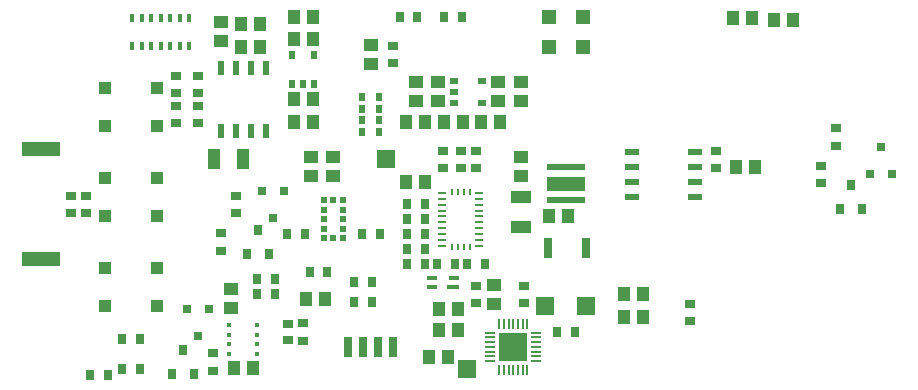
<source format=gtp>
G04*
G04 #@! TF.GenerationSoftware,Altium Limited,CircuitStudio,1.5.2 (1.5.2.30)*
G04*
G04 Layer_Color=7318015*
%FSAX24Y24*%
%MOIN*%
G70*
G01*
G75*
%ADD10R,0.0709X0.0394*%
%ADD11R,0.1299X0.0197*%
%ADD12R,0.1299X0.0512*%
%ADD13R,0.0197X0.0197*%
%ADD14R,0.0394X0.0138*%
%ADD15R,0.0354X0.0138*%
%ADD16R,0.0315X0.0709*%
%ADD17R,0.0299X0.0299*%
%ADD18R,0.0217X0.0315*%
%ADD19R,0.0315X0.0354*%
%ADD20R,0.0512X0.0236*%
%ADD21R,0.0492X0.0480*%
%ADD22R,0.0236X0.0512*%
%ADD23R,0.0591X0.0591*%
%ADD24R,0.0079X0.0335*%
%ADD25R,0.0335X0.0079*%
%ADD26O,0.0335X0.0079*%
%ADD27R,0.0945X0.0945*%
%ADD28R,0.0138X0.0295*%
%ADD29R,0.1260X0.0512*%
%ADD30R,0.0295X0.0709*%
%ADD31R,0.0266X0.0098*%
%ADD32R,0.0098X0.0226*%
%ADD33R,0.0157X0.0157*%
%ADD34R,0.0236X0.0283*%
%ADD35R,0.0394X0.0512*%
%ADD36R,0.0394X0.0394*%
%ADD37R,0.0354X0.0315*%
%ADD38R,0.0591X0.0591*%
%ADD39R,0.0315X0.0354*%
%ADD40R,0.0512X0.0394*%
%ADD41R,0.0276X0.0354*%
%ADD42R,0.0354X0.0276*%
%ADD43R,0.0315X0.0217*%
%ADD44R,0.0394X0.0709*%
D10*
X027000Y018242D02*
D03*
Y017258D02*
D03*
D11*
X028500Y018130D02*
D03*
Y019232D02*
D03*
D12*
Y018681D02*
D03*
D13*
X020750Y018130D02*
D03*
X020435D02*
D03*
Y017815D02*
D03*
Y017500D02*
D03*
Y017185D02*
D03*
Y016870D02*
D03*
X020750D02*
D03*
X021065D02*
D03*
Y017185D02*
D03*
Y017500D02*
D03*
Y017815D02*
D03*
Y018130D02*
D03*
D14*
X024754Y015262D02*
D03*
D15*
X024774Y015538D02*
D03*
X024026Y015262D02*
D03*
Y015538D02*
D03*
D16*
X021250Y013250D02*
D03*
X021750D02*
D03*
X022250D02*
D03*
X022750D02*
D03*
D17*
X018750Y017548D02*
D03*
X019124Y018450D02*
D03*
X018376D02*
D03*
X039000Y019902D02*
D03*
X038626Y019000D02*
D03*
X039374D02*
D03*
X016250Y013598D02*
D03*
X016624Y014500D02*
D03*
X015876Y014500D02*
D03*
D18*
X019750Y022028D02*
D03*
X019376D02*
D03*
X020124D02*
D03*
Y022972D02*
D03*
X019376D02*
D03*
D19*
X018250Y017144D02*
D03*
X018624Y016356D02*
D03*
X017876D02*
D03*
X038000Y018644D02*
D03*
X038374Y017856D02*
D03*
X037626D02*
D03*
X015750Y013144D02*
D03*
X016124Y012356D02*
D03*
X015376D02*
D03*
D20*
X032793Y018250D02*
D03*
Y018750D02*
D03*
Y019250D02*
D03*
Y019750D02*
D03*
X030707Y018250D02*
D03*
Y018750D02*
D03*
Y019250D02*
D03*
Y019750D02*
D03*
D21*
X027929Y024250D02*
D03*
X029071D02*
D03*
X027929Y023250D02*
D03*
X029071D02*
D03*
D22*
X018500Y022543D02*
D03*
X018000D02*
D03*
X017500D02*
D03*
X017000D02*
D03*
X018500Y020457D02*
D03*
X018000Y020457D02*
D03*
X017500D02*
D03*
X017000Y020457D02*
D03*
D23*
X029189Y014600D02*
D03*
X027811D02*
D03*
D24*
X026278Y014018D02*
D03*
X026435D02*
D03*
X026593D02*
D03*
X026750D02*
D03*
X026907D02*
D03*
X027065D02*
D03*
X027222D02*
D03*
Y012482D02*
D03*
X027065D02*
D03*
X026907D02*
D03*
X026750D02*
D03*
X026593D02*
D03*
X026435D02*
D03*
X026278D02*
D03*
D25*
X027518Y013722D02*
D03*
Y013565D02*
D03*
Y013407D02*
D03*
Y013250D02*
D03*
Y013093D02*
D03*
Y012935D02*
D03*
Y012778D02*
D03*
X025982D02*
D03*
Y012935D02*
D03*
Y013093D02*
D03*
Y013250D02*
D03*
Y013407D02*
D03*
Y013565D02*
D03*
D26*
Y013722D02*
D03*
D27*
X026750Y013250D02*
D03*
D28*
X015945Y024222D02*
D03*
X015630D02*
D03*
X015315D02*
D03*
X015000D02*
D03*
X014685D02*
D03*
X014370D02*
D03*
X014055D02*
D03*
X015945Y023278D02*
D03*
X015630D02*
D03*
X015315D02*
D03*
X015000D02*
D03*
X014685D02*
D03*
X014370D02*
D03*
X014055D02*
D03*
D29*
X011000Y019831D02*
D03*
Y016169D02*
D03*
D30*
X029190Y016550D02*
D03*
X027910D02*
D03*
D31*
X024386Y016614D02*
D03*
Y016811D02*
D03*
Y017008D02*
D03*
Y017205D02*
D03*
Y017402D02*
D03*
Y017598D02*
D03*
Y017795D02*
D03*
Y017992D02*
D03*
Y018189D02*
D03*
Y018386D02*
D03*
X025614Y016614D02*
D03*
Y016811D02*
D03*
Y017008D02*
D03*
Y017205D02*
D03*
Y017402D02*
D03*
Y017598D02*
D03*
Y017795D02*
D03*
Y017992D02*
D03*
Y018189D02*
D03*
Y018386D02*
D03*
D32*
X025295Y018409D02*
D03*
X025098D02*
D03*
X024902D02*
D03*
X024705D02*
D03*
Y016591D02*
D03*
X024902D02*
D03*
X025098D02*
D03*
X025295D02*
D03*
D33*
X017278Y013972D02*
D03*
Y013657D02*
D03*
Y013343D02*
D03*
Y013028D02*
D03*
X018222D02*
D03*
Y013343D02*
D03*
Y013657D02*
D03*
Y013972D02*
D03*
D34*
X021724Y021573D02*
D03*
Y021191D02*
D03*
Y020809D02*
D03*
Y020427D02*
D03*
X022276Y021573D02*
D03*
Y021191D02*
D03*
Y020809D02*
D03*
Y020427D02*
D03*
D35*
X023185Y020750D02*
D03*
X023815D02*
D03*
X017685Y023250D02*
D03*
X018315D02*
D03*
X019435Y020750D02*
D03*
X020065D02*
D03*
X019435Y021500D02*
D03*
X020065D02*
D03*
X019435Y023500D02*
D03*
X020065D02*
D03*
X019435Y024250D02*
D03*
X020065D02*
D03*
X030435Y014250D02*
D03*
X031065D02*
D03*
X030435Y015000D02*
D03*
X031065D02*
D03*
X024565Y012900D02*
D03*
X023935D02*
D03*
X034815Y019250D02*
D03*
X034185D02*
D03*
X018315Y024000D02*
D03*
X017685D02*
D03*
X020465Y014850D02*
D03*
X019835D02*
D03*
X028565Y017600D02*
D03*
X027935D02*
D03*
X024435Y020750D02*
D03*
X025065D02*
D03*
X026315D02*
D03*
X025685D02*
D03*
X023185Y018750D02*
D03*
X023815D02*
D03*
X018065Y012550D02*
D03*
X017435D02*
D03*
X024915Y013800D02*
D03*
X024285D02*
D03*
X024915Y014500D02*
D03*
X024285D02*
D03*
X036065Y024150D02*
D03*
X035435D02*
D03*
X034715Y024200D02*
D03*
X034085D02*
D03*
D36*
X013134Y014620D02*
D03*
Y015880D02*
D03*
X014866D02*
D03*
Y014620D02*
D03*
X013134Y020620D02*
D03*
Y021880D02*
D03*
X014866D02*
D03*
Y020620D02*
D03*
X013134Y017620D02*
D03*
Y018880D02*
D03*
X014866D02*
D03*
Y017620D02*
D03*
D37*
X012000Y017724D02*
D03*
Y018276D02*
D03*
X019250Y014026D02*
D03*
Y013474D02*
D03*
D38*
X025200Y012500D02*
D03*
X022500Y019500D02*
D03*
D39*
X022974Y024250D02*
D03*
X023526D02*
D03*
X019974Y015750D02*
D03*
X020526D02*
D03*
D40*
X023500Y022065D02*
D03*
Y021435D02*
D03*
X024250Y022065D02*
D03*
X024250Y021435D02*
D03*
X026250Y022065D02*
D03*
Y021435D02*
D03*
X027000Y022065D02*
D03*
Y021435D02*
D03*
X026100Y014685D02*
D03*
Y015315D02*
D03*
X017000Y023435D02*
D03*
Y024065D02*
D03*
X027000Y019565D02*
D03*
Y018935D02*
D03*
X017350Y014535D02*
D03*
Y015165D02*
D03*
X020000Y018935D02*
D03*
Y019565D02*
D03*
X020750Y018935D02*
D03*
Y019565D02*
D03*
X022000Y022685D02*
D03*
Y023315D02*
D03*
D41*
X025045Y024250D02*
D03*
X024455D02*
D03*
X018205Y015500D02*
D03*
X018795D02*
D03*
X012655Y012300D02*
D03*
X013245D02*
D03*
X021455Y015400D02*
D03*
X022045D02*
D03*
X028795Y013750D02*
D03*
X028205D02*
D03*
X023205Y017000D02*
D03*
X023795D02*
D03*
X023205Y017500D02*
D03*
X023795D02*
D03*
X023205Y016000D02*
D03*
X023795D02*
D03*
X023205Y016500D02*
D03*
X023795D02*
D03*
X024205Y016000D02*
D03*
X024795D02*
D03*
X023795Y018000D02*
D03*
X023205D02*
D03*
X025205Y016000D02*
D03*
X025795D02*
D03*
X019205Y017000D02*
D03*
X019795D02*
D03*
X022295Y017000D02*
D03*
X021705D02*
D03*
X014295Y013500D02*
D03*
X013705D02*
D03*
X013705Y012500D02*
D03*
X014295D02*
D03*
X021455Y014750D02*
D03*
X022045D02*
D03*
X018205Y015000D02*
D03*
X018795D02*
D03*
D42*
X016250Y021705D02*
D03*
Y022295D02*
D03*
X016250Y021295D02*
D03*
Y020705D02*
D03*
X019750Y014045D02*
D03*
Y013455D02*
D03*
X015500Y021295D02*
D03*
Y020705D02*
D03*
X033500Y019205D02*
D03*
Y019795D02*
D03*
X027100Y014705D02*
D03*
Y015295D02*
D03*
X025500Y019795D02*
D03*
Y019205D02*
D03*
X015500Y021705D02*
D03*
Y022295D02*
D03*
X025000Y019205D02*
D03*
Y019795D02*
D03*
X024400Y019205D02*
D03*
Y019795D02*
D03*
X016750Y013045D02*
D03*
Y012455D02*
D03*
X037500Y020545D02*
D03*
Y019955D02*
D03*
X037000Y018705D02*
D03*
Y019295D02*
D03*
X012500Y018295D02*
D03*
Y017705D02*
D03*
X017500Y018295D02*
D03*
Y017705D02*
D03*
X022750Y023295D02*
D03*
Y022705D02*
D03*
X017000Y016455D02*
D03*
Y017045D02*
D03*
X025500Y014705D02*
D03*
Y015295D02*
D03*
X032650Y014105D02*
D03*
Y014695D02*
D03*
D43*
X024778Y021750D02*
D03*
Y022124D02*
D03*
Y021376D02*
D03*
X025722D02*
D03*
Y022124D02*
D03*
D44*
X016758Y019500D02*
D03*
X017742D02*
D03*
M02*

</source>
